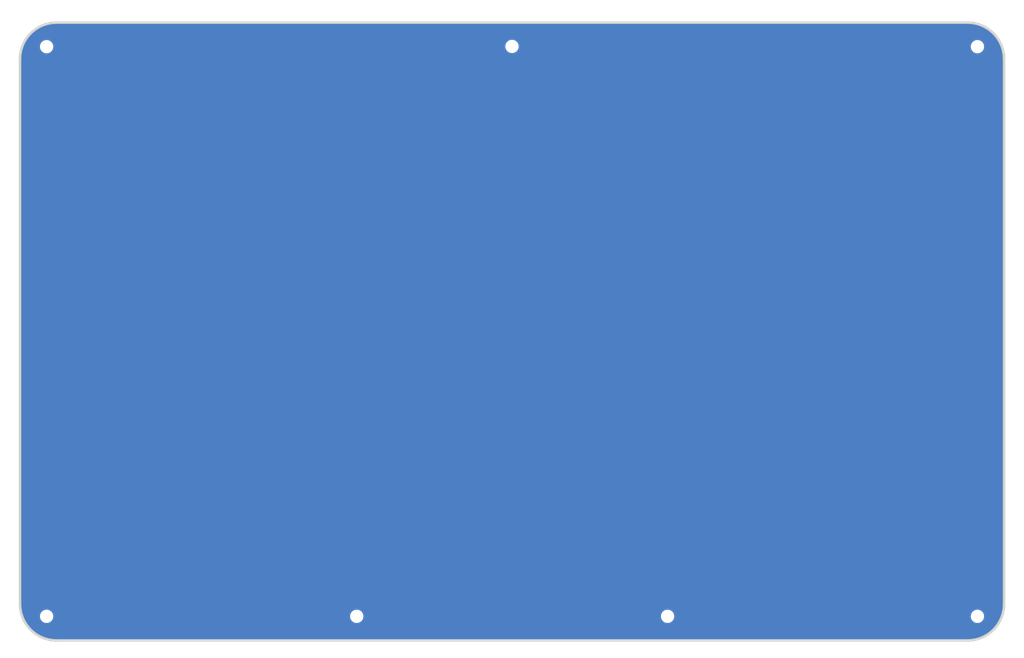
<source format=kicad_pcb>
(kicad_pcb (version 20221018) (generator pcbnew)
  (layers (0 "F.Cu" signal) (31 "B.Cu" signal) (34 "B.Paste" user) (35 "F.Paste" user) (36 "B.SilkS" user "B.Silkscreen") (37 "F.SilkS" user "F.Silkscreen") (38 "B.Mask" user) (39 "F.Mask" user) (44 "Edge.Cuts" user))
  (net 0 "")
  (net 1 "GND")
  (footprint "MountingHole:MountingHole_2.2mm_M2" (layer "F.Cu") (at 32.1 147.5)
    (fp_text reference "REF**" hide)
    (fp_text value "MountingHole_2.2mm_M2")
    (pad "" np_thru_hole circle (at 0 0) (size 2.2 2.2) (drill 2.2) (layers "*.Cu" "*.Mask"))
  )
  (footprint "MountingHole:MountingHole_2.2mm_M2" (layer "F.Cu") (at 32.1 31.5)
    (fp_text reference "REF**" hide)
    (fp_text value "MountingHole_2.2mm_M2")
    (pad "" np_thru_hole circle (at 0 0) (size 2.2 2.2) (drill 2.2) (layers "*.Cu" "*.Mask"))
  )
  (footprint "MountingHole:MountingHole_2.2mm_M2" (layer "F.Cu") (at 126.8 31.45)
    (fp_text reference "REF**" hide)
    (fp_text value "MountingHole_2.2mm_M2")
    (pad "" np_thru_hole circle (at 0 0) (size 2.2 2.2) (drill 2.2) (layers "*.Cu" "*.Mask"))
  )
  (footprint "MountingHole:MountingHole_2.2mm_M2" (layer "F.Cu") (at 95.2 147.5)
    (fp_text reference "REF**" hide)
    (fp_text value "MountingHole_2.2mm_M2")
    (pad "" np_thru_hole circle (at 0 0) (size 2.2 2.2) (drill 2.2) (layers "*.Cu" "*.Mask"))
  )
  (footprint "MountingHole:MountingHole_2.2mm_M2" (layer "F.Cu") (at 221.5 31.5)
    (fp_text reference "REF**" hide)
    (fp_text value "MountingHole_2.2mm_M2")
    (pad "" np_thru_hole circle (at 0 0) (size 2.2 2.2) (drill 2.2) (layers "*.Cu" "*.Mask"))
  )
  (footprint "MountingHole:MountingHole_2.2mm_M2" (layer "F.Cu") (at 158.45 147.5)
    (fp_text reference "REF**" hide)
    (fp_text value "MountingHole_2.2mm_M2")
    (pad "" np_thru_hole circle (at 0 0) (size 2.2 2.2) (drill 2.2) (layers "*.Cu" "*.Mask"))
  )
  (footprint "MountingHole:MountingHole_2.2mm_M2" (layer "F.Cu") (at 221.5 147.5)
    (fp_text reference "REF**" hide)
    (fp_text value "MountingHole_2.2mm_M2")
    (pad "" np_thru_hole circle (at 0 0) (size 2.2 2.2) (drill 2.2) (layers "*.Cu" "*.Mask"))
  )
  (gr_poly (pts (xy 140.353333 88.597089) (xy 140.353333 79.839795) (xy 157.286663 79.839795) (xy 157.286663 86.61313) (xy 147.126664 86.61313) (xy 147.126664 104.949578) (xy 133.579998 91.402913) (xy 133.579998 104.949578) (xy 120.033335 91.402913) (xy 120.033335 104.949578) (xy 106.486669 91.402913) (xy 106.486669 96.773128) (xy 99.713337 96.773128) (xy 99.713337 75.050422) (xy 113.260002 88.597089) (xy 113.260002 75.050422) (xy 126.806666 88.597089) (xy 126.806666 75.050422)) (fill solid) (layer "F.Cu"))
  (gr_line (start 28.624555 149.972586) (end 28.87 150.23) (stroke (width 0.508)) (layer "Edge.Cuts"))
  (gr_line (start 221.706007 26.942092) (end 221.354673 26.842122) (stroke (width 0.508)) (layer "Edge.Cuts"))
  (gr_line (start 226.679897 146.84321) (end 226.762742 146.485063) (stroke (width 0.508)) (layer "Edge.Cuts"))
  (gr_line (start 226.181954 30.807595) (end 226.01817 30.488204) (stroke (width 0.508)) (layer "Edge.Cuts"))
  (gr_line (start 226.913492 144.993714) (end 226.913492 34.016861) (stroke (width 0.508)) (layer "Edge.Cuts"))
  (gr_line (start 30.577629 27.503849) (end 30.267396 27.682415) (stroke (width 0.508)) (layer "Edge.Cuts"))
  (gr_line (start 223.935176 150.928545) (end 224.215123 150.708445) (stroke (width 0.508)) (layer "Edge.Cuts"))
  (gr_line (start 220.261662 26.646839) (end 219.885884 26.618183) (stroke (width 0.508)) (layer "Edge.Cuts"))
  (gr_line (start 225.219904 149.703663) (end 225.440003 149.423715) (stroke (width 0.508)) (layer "Edge.Cuts"))
  (gr_line (start 31.2251 151.819035) (end 31.561399 151.951849) (stroke (width 0.508)) (layer "Edge.Cuts"))
  (gr_line (start 225.646726 29.877365) (end 225.440003 29.586853) (stroke (width 0.508)) (layer "Edge.Cuts"))
  (gr_line (start 226.827992 32.889998) (end 226.762742 32.525505) (stroke (width 0.508)) (layer "Edge.Cuts"))
  (gr_line (start 27.593281 30.488198) (end 27.429497 30.807589) (stroke (width 0.508)) (layer "Edge.Cuts"))
  (gr_line (start 27.148149 31.471968) (end 27.031523 31.816019) (stroke (width 0.508)) (layer "Edge.Cuts"))
  (gr_line (start 26.931553 146.84322) (end 27.031523 147.194554) (stroke (width 0.508)) (layer "Edge.Cuts"))
  (gr_line (start 32.256784 26.842121) (end 31.90545 26.942091) (stroke (width 0.508)) (layer "Edge.Cuts"))
  (gr_line (start 29.127415 150.475445) (end 29.396331 150.708451) (stroke (width 0.508)) (layer "Edge.Cuts"))
  (gr_line (start 28.624555 29.037983) (end 28.391549 29.306899) (stroke (width 0.508)) (layer "Edge.Cuts"))
  (gr_line (start 224.741453 150.229993) (end 224.986898 149.972579) (stroke (width 0.508)) (layer "Edge.Cuts"))
  (gr_line (start 27.031523 31.816019) (end 26.931553 32.167353) (stroke (width 0.508)) (layer "Edge.Cuts"))
  (gr_line (start 226.579928 31.816024) (end 226.463302 31.471973) (stroke (width 0.508)) (layer "Edge.Cuts"))
  (gr_line (start 226.679897 32.167358) (end 226.579928 31.816024) (stroke (width 0.508)) (layer "Edge.Cuts"))
  (gr_line (start 225.219904 29.306905) (end 224.986898 29.037989) (stroke (width 0.508)) (layer "Edge.Cuts"))
  (gr_line (start 220.632032 26.694027) (end 220.261662 26.646839) (stroke (width 0.508)) (layer "Edge.Cuts"))
  (gr_line (start 33.349796 26.646838) (end 32.979425 26.694026) (stroke (width 0.508)) (layer "Edge.Cuts"))
  (gr_line (start 226.762742 32.525505) (end 226.679897 32.167358) (stroke (width 0.508)) (layer "Edge.Cuts"))
  (gr_line (start 221.706007 152.068473) (end 222.050057 151.951847) (stroke (width 0.508)) (layer "Edge.Cuts"))
  (gr_line (start 224.986898 29.037989) (end 224.741453 28.780574) (stroke (width 0.508)) (layer "Edge.Cuts"))
  (gr_line (start 222.386357 27.191534) (end 222.050057 27.058719) (stroke (width 0.508)) (layer "Edge.Cuts"))
  (gr_line (start 34.106292 152.402039) (end 219.505152 152.402039) (stroke (width 0.508)) (layer "Edge.Cuts"))
  (gr_line (start 226.903836 145.374423) (end 226.913492 144.993706) (stroke (width 0.508)) (layer "Edge.Cuts"))
  (gr_line (start 220.261662 152.363726) (end 220.632032 152.316539) (stroke (width 0.508)) (layer "Edge.Cuts"))
  (gr_line (start 224.215123 150.708445) (end 224.484039 150.475438) (stroke (width 0.508)) (layer "Edge.Cuts"))
  (gr_line (start 31.225099 27.191531) (end 30.89702 27.340065) (stroke (width 0.508)) (layer "Edge.Cuts"))
  (gr_line (start 27.771847 30.177965) (end 27.593281 30.488198) (stroke (width 0.508)) (layer "Edge.Cuts"))
  (gr_line (start 222.050057 151.951847) (end 222.386357 151.819032) (stroke (width 0.508)) (layer "Edge.Cuts"))
  (gr_line (start 26.848708 32.525501) (end 26.783458 32.889995) (stroke (width 0.508)) (layer "Edge.Cuts"))
  (gr_line (start 32.614932 26.759277) (end 32.256784 26.842121) (stroke (width 0.508)) (layer "Edge.Cuts"))
  (gr_line (start 26.697958 144.993714) (end 26.707614 145.374431) (stroke (width 0.508)) (layer "Edge.Cuts"))
  (gr_line (start 224.986898 149.972579) (end 225.219904 149.703663) (stroke (width 0.508)) (layer "Edge.Cuts"))
  (gr_line (start 224.741453 28.780574) (end 224.484039 28.535129) (stroke (width 0.508)) (layer "Edge.Cuts"))
  (gr_line (start 26.73627 33.260365) (end 26.707614 33.636144) (stroke (width 0.508)) (layer "Edge.Cuts"))
  (gr_line (start 27.593281 148.522373) (end 27.771847 148.832605) (stroke (width 0.508)) (layer "Edge.Cuts"))
  (gr_line (start 221.354673 152.168443) (end 221.706007 152.068473) (stroke (width 0.508)) (layer "Edge.Cuts"))
  (gr_line (start 29.396331 150.708451) (end 29.676279 150.92855) (stroke (width 0.508)) (layer "Edge.Cuts"))
  (gr_line (start 225.839605 148.832596) (end 226.01817 148.522364) (stroke (width 0.508)) (layer "Edge.Cuts"))
  (gr_line (start 27.429497 148.202983) (end 27.593281 148.522373) (stroke (width 0.508)) (layer "Edge.Cuts"))
  (gr_line (start 32.256784 152.168444) (end 32.614932 152.251289) (stroke (width 0.508)) (layer "Edge.Cuts"))
  (gr_line (start 29.96679 151.135273) (end 30.267397 151.328152) (stroke (width 0.508)) (layer "Edge.Cuts"))
  (gr_line (start 223.033826 151.506714) (end 223.344058 151.328148) (stroke (width 0.508)) (layer "Edge.Cuts"))
  (gr_line (start 226.762742 146.485063) (end 226.827992 146.12057) (stroke (width 0.508)) (layer "Edge.Cuts"))
  (gr_line (start 28.391549 29.306899) (end 28.171449 29.586847) (stroke (width 0.508)) (layer "Edge.Cuts"))
  (gr_line (start 29.96679 27.875294) (end 29.676278 28.082018) (stroke (width 0.508)) (layer "Edge.Cuts"))
  (gr_line (start 226.181954 148.202973) (end 226.330488 147.874894) (stroke (width 0.508)) (layer "Edge.Cuts"))
  (gr_line (start 226.330488 147.874894) (end 226.463302 147.538595) (stroke (width 0.508)) (layer "Edge.Cuts"))
  (gr_line (start 224.484039 28.535129) (end 224.215123 28.302122) (stroke (width 0.508)) (layer "Edge.Cuts"))
  (gr_line (start 222.714436 27.340068) (end 222.386357 27.191534) (stroke (width 0.508)) (layer "Edge.Cuts"))
  (gr_line (start 226.875179 33.260367) (end 226.827992 32.889998) (stroke (width 0.508)) (layer "Edge.Cuts"))
  (gr_line (start 222.386357 151.819032) (end 222.714436 151.670499) (stroke (width 0.508)) (layer "Edge.Cuts"))
  (gr_line (start 29.127415 28.535124) (end 28.87 28.780569) (stroke (width 0.508)) (layer "Edge.Cuts"))
  (gr_line (start 30.57763 151.506718) (end 30.89702 151.670501) (stroke (width 0.508)) (layer "Edge.Cuts"))
  (gr_line (start 26.697958 34.016861) (end 26.697958 144.993714) (stroke (width 0.508)) (layer "Edge.Cuts"))
  (gr_line (start 224.484039 150.475438) (end 224.741453 150.229993) (stroke (width 0.508)) (layer "Edge.Cuts"))
  (gr_line (start 223.344058 27.682418) (end 223.033826 27.503852) (stroke (width 0.508)) (layer "Edge.Cuts"))
  (gr_line (start 29.676278 28.082018) (end 29.39633 28.302117) (stroke (width 0.508)) (layer "Edge.Cuts"))
  (gr_line (start 222.050057 27.058719) (end 221.706007 26.942092) (stroke (width 0.508)) (layer "Edge.Cuts"))
  (gr_line (start 226.903836 33.636145) (end 226.875179 33.260367) (stroke (width 0.508)) (layer "Edge.Cuts"))
  (gr_line (start 28.391549 149.70367) (end 28.624555 149.972586) (stroke (width 0.508)) (layer "Edge.Cuts"))
  (gr_line (start 223.935176 28.082022) (end 223.644664 27.875298) (stroke (width 0.508)) (layer "Edge.Cuts"))
  (gr_line (start 226.463302 31.471973) (end 226.330488 31.135674) (stroke (width 0.508)) (layer "Edge.Cuts"))
  (gr_line (start 28.171449 29.586847) (end 27.964726 29.877359) (stroke (width 0.508)) (layer "Edge.Cuts"))
  (gr_line (start 226.01817 30.488204) (end 225.839605 30.177972) (stroke (width 0.508)) (layer "Edge.Cuts"))
  (gr_line (start 27.429497 30.807589) (end 27.280963 31.135668) (stroke (width 0.508)) (layer "Edge.Cuts"))
  (gr_line (start 226.913492 34.016861) (end 226.903836 33.636145) (stroke (width 0.508)) (layer "Edge.Cuts"))
  (gr_line (start 223.033826 27.503852) (end 222.714436 27.340068) (stroke (width 0.508)) (layer "Edge.Cuts"))
  (gr_line (start 33.725574 26.618182) (end 33.349796 26.646838) (stroke (width 0.508)) (layer "Edge.Cuts"))
  (gr_line (start 225.440003 29.586853) (end 225.219904 29.306905) (stroke (width 0.508)) (layer "Edge.Cuts"))
  (gr_line (start 223.644664 151.135269) (end 223.935176 150.928545) (stroke (width 0.508)) (layer "Edge.Cuts"))
  (gr_line (start 225.646726 149.133203) (end 225.839605 148.832596) (stroke (width 0.508)) (layer "Edge.Cuts"))
  (gr_line (start 27.280963 147.874904) (end 27.429497 148.202983) (stroke (width 0.508)) (layer "Edge.Cuts"))
  (gr_line (start 219.885884 152.392383) (end 220.261662 152.363726) (stroke (width 0.508)) (layer "Edge.Cuts"))
  (gr_line (start 34.106292 26.608526) (end 33.725574 26.618182) (stroke (width 0.508)) (layer "Edge.Cuts"))
  (gr_line (start 219.505152 26.608526) (end 34.106292 26.608526) (stroke (width 0.508)) (layer "Edge.Cuts"))
  (gr_line (start 226.579928 147.194544) (end 226.679897 146.84321) (stroke (width 0.508)) (layer "Edge.Cuts"))
  (gr_line (start 27.964726 29.877359) (end 27.771847 30.177965) (stroke (width 0.508)) (layer "Edge.Cuts"))
  (gr_line (start 220.996525 152.251288) (end 221.354673 152.168443) (stroke (width 0.508)) (layer "Edge.Cuts"))
  (gr_line (start 27.964726 149.133212) (end 28.17145 149.423723) (stroke (width 0.508)) (layer "Edge.Cuts"))
  (gr_line (start 27.031523 147.194554) (end 27.148149 147.538604) (stroke (width 0.508)) (layer "Edge.Cuts"))
  (gr_line (start 219.885884 26.618183) (end 219.505167 26.608526) (stroke (width 0.508)) (layer "Edge.Cuts"))
  (gr_line (start 30.267397 151.328152) (end 30.57763 151.506718) (stroke (width 0.508)) (layer "Edge.Cuts"))
  (gr_line (start 26.73627 145.750209) (end 26.783458 146.120579) (stroke (width 0.508)) (layer "Edge.Cuts"))
  (gr_line (start 220.632032 152.316539) (end 220.996525 152.251288) (stroke (width 0.508)) (layer "Edge.Cuts"))
  (gr_line (start 222.714436 151.670499) (end 223.033826 151.506714) (stroke (width 0.508)) (layer "Edge.Cuts"))
  (gr_line (start 28.87 28.780569) (end 28.624555 29.037983) (stroke (width 0.508)) (layer "Edge.Cuts"))
  (gr_line (start 220.996525 26.759278) (end 220.632032 26.694027) (stroke (width 0.508)) (layer "Edge.Cuts"))
  (gr_line (start 27.148149 147.538604) (end 27.280963 147.874904) (stroke (width 0.508)) (layer "Edge.Cuts"))
  (gr_line (start 226.827992 146.12057) (end 226.875179 145.750201) (stroke (width 0.508)) (layer "Edge.Cuts"))
  (gr_line (start 29.676279 150.92855) (end 29.96679 151.135273) (stroke (width 0.508)) (layer "Edge.Cuts"))
  (gr_line (start 30.267396 27.682415) (end 29.96679 27.875294) (stroke (width 0.508)) (layer "Edge.Cuts"))
  (gr_line (start 225.440003 149.423715) (end 225.646726 149.133203) (stroke (width 0.508)) (layer "Edge.Cuts"))
  (gr_line (start 26.783458 146.120579) (end 26.848709 146.485072) (stroke (width 0.508)) (layer "Edge.Cuts"))
  (gr_line (start 29.39633 28.302117) (end 29.127415 28.535124) (stroke (width 0.508)) (layer "Edge.Cuts"))
  (gr_line (start 26.707614 33.636144) (end 26.697958 34.016861) (stroke (width 0.508)) (layer "Edge.Cuts"))
  (gr_line (start 226.463302 147.538595) (end 226.579928 147.194544) (stroke (width 0.508)) (layer "Edge.Cuts"))
  (gr_line (start 225.839605 30.177972) (end 225.646726 29.877365) (stroke (width 0.508)) (layer "Edge.Cuts"))
  (gr_line (start 33.349796 152.363727) (end 33.725574 152.392383) (stroke (width 0.508)) (layer "Edge.Cuts"))
  (gr_line (start 26.848709 146.485072) (end 26.931553 146.84322) (stroke (width 0.508)) (layer "Edge.Cuts"))
  (gr_line (start 28.87 150.23) (end 29.127415 150.475445) (stroke (width 0.508)) (layer "Edge.Cuts"))
  (gr_line (start 26.783458 32.889995) (end 26.73627 33.260365) (stroke (width 0.508)) (layer "Edge.Cuts"))
  (gr_line (start 30.89702 151.670501) (end 31.2251 151.819035) (stroke (width 0.508)) (layer "Edge.Cuts"))
  (gr_line (start 28.17145 149.423723) (end 28.391549 149.70367) (stroke (width 0.508)) (layer "Edge.Cuts"))
  (gr_line (start 32.979425 26.694026) (end 32.614932 26.759277) (stroke (width 0.508)) (layer "Edge.Cuts"))
  (gr_line (start 221.354673 26.842122) (end 220.996525 26.759278) (stroke (width 0.508)) (layer "Edge.Cuts"))
  (gr_line (start 27.771847 148.832605) (end 27.964726 149.133212) (stroke (width 0.508)) (layer "Edge.Cuts"))
  (gr_line (start 26.707614 145.374431) (end 26.73627 145.750209) (stroke (width 0.508)) (layer "Edge.Cuts"))
  (gr_line (start 226.330488 31.135674) (end 226.181954 30.807595) (stroke (width 0.508)) (layer "Edge.Cuts"))
  (gr_line (start 32.979426 152.316539) (end 33.349796 152.363727) (stroke (width 0.508)) (layer "Edge.Cuts"))
  (gr_line (start 31.90545 152.068475) (end 32.256784 152.168444) (stroke (width 0.508)) (layer "Edge.Cuts"))
  (gr_line (start 33.725574 152.392383) (end 34.106292 152.402039) (stroke (width 0.508)) (layer "Edge.Cuts"))
  (gr_line (start 31.561399 151.951849) (end 31.90545 152.068475) (stroke (width 0.508)) (layer "Edge.Cuts"))
  (gr_line (start 226.01817 148.522364) (end 226.181954 148.202973) (stroke (width 0.508)) (layer "Edge.Cuts"))
  (gr_line (start 32.614932 152.251289) (end 32.979426 152.316539) (stroke (width 0.508)) (layer "Edge.Cuts"))
  (gr_line (start 30.89702 27.340065) (end 30.577629 27.503849) (stroke (width 0.508)) (layer "Edge.Cuts"))
  (gr_line (start 226.875179 145.750201) (end 226.903836 145.374423) (stroke (width 0.508)) (layer "Edge.Cuts"))
  (gr_line (start 224.215123 28.302122) (end 223.935176 28.082022) (stroke (width 0.508)) (layer "Edge.Cuts"))
  (gr_line (start 223.644664 27.875298) (end 223.344058 27.682418) (stroke (width 0.508)) (layer "Edge.Cuts"))
  (gr_line (start 219.505167 152.402039) (end 219.885884 152.392383) (stroke (width 0.508)) (layer "Edge.Cuts"))
  (gr_line (start 31.90545 26.942091) (end 31.561399 27.058717) (stroke (width 0.508)) (layer "Edge.Cuts"))
  (gr_line (start 27.280963 31.135668) (end 27.148149 31.471968) (stroke (width 0.508)) (layer "Edge.Cuts"))
  (gr_line (start 223.344058 151.328148) (end 223.644664 151.135269) (stroke (width 0.508)) (layer "Edge.Cuts"))
  (gr_line (start 26.931553 32.167353) (end 26.848708 32.525501) (stroke (width 0.508)) (layer "Edge.Cuts"))
  (gr_line (start 31.561399 27.058717) (end 31.225099 27.191531) (stroke (width 0.508)) (layer "Edge.Cuts"))
  (zone (net 1) (net_name "GND") (layer "B.Cu") (name "GND") (connect_pads yes (clearance 0.508)) (min_thickness 0.254) (fill yes (thermal_gap 0.508) (thermal_bridge_width 0.508) (island_removal_mode 1) (island_area_min 0))
    (polygon (pts (xy 229 156) (xy 24 156) (xy 24 23) (xy 229 23)))
  )
)
</source>
